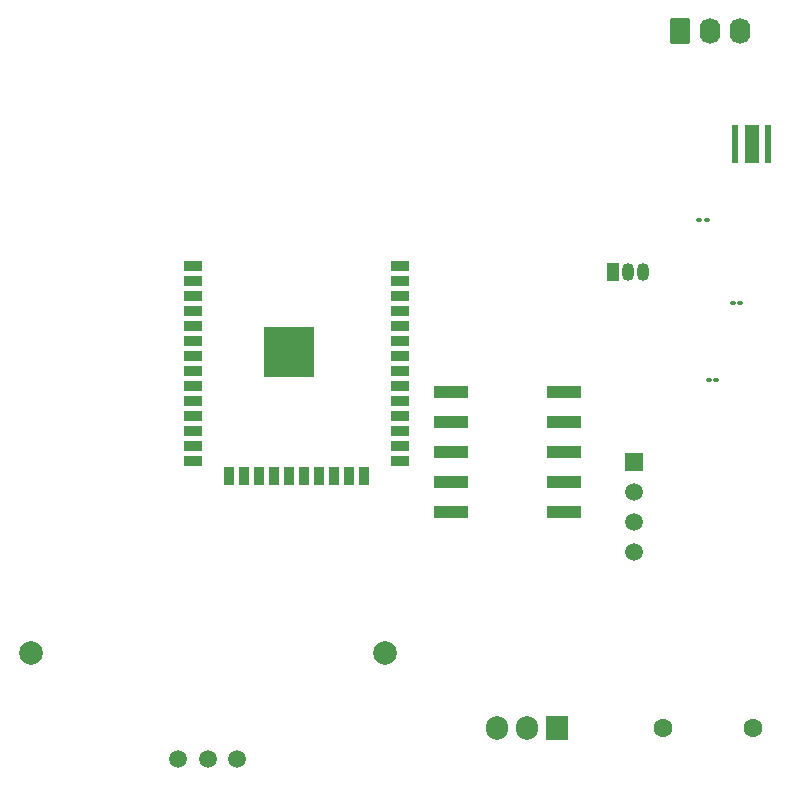
<source format=gbr>
%TF.GenerationSoftware,KiCad,Pcbnew,9.0.0*%
%TF.CreationDate,2025-04-02T21:20:57+05:30*%
%TF.ProjectId,Smart_Energy_Saving_System,536d6172-745f-4456-9e65-7267795f5361,rev?*%
%TF.SameCoordinates,Original*%
%TF.FileFunction,Soldermask,Top*%
%TF.FilePolarity,Negative*%
%FSLAX46Y46*%
G04 Gerber Fmt 4.6, Leading zero omitted, Abs format (unit mm)*
G04 Created by KiCad (PCBNEW 9.0.0) date 2025-04-02 21:20:57*
%MOMM*%
%LPD*%
G01*
G04 APERTURE LIST*
G04 Aperture macros list*
%AMRoundRect*
0 Rectangle with rounded corners*
0 $1 Rounding radius*
0 $2 $3 $4 $5 $6 $7 $8 $9 X,Y pos of 4 corners*
0 Add a 4 corners polygon primitive as box body*
4,1,4,$2,$3,$4,$5,$6,$7,$8,$9,$2,$3,0*
0 Add four circle primitives for the rounded corners*
1,1,$1+$1,$2,$3*
1,1,$1+$1,$4,$5*
1,1,$1+$1,$6,$7*
1,1,$1+$1,$8,$9*
0 Add four rect primitives between the rounded corners*
20,1,$1+$1,$2,$3,$4,$5,0*
20,1,$1+$1,$4,$5,$6,$7,0*
20,1,$1+$1,$6,$7,$8,$9,0*
20,1,$1+$1,$8,$9,$2,$3,0*%
G04 Aperture macros list end*
%ADD10C,0.600000*%
%ADD11R,4.200000X4.200000*%
%ADD12R,1.500000X0.900000*%
%ADD13R,0.900000X1.500000*%
%ADD14R,1.500000X1.500000*%
%ADD15C,1.500000*%
%ADD16R,3.000000X1.000000*%
%ADD17RoundRect,0.100000X-0.130000X-0.100000X0.130000X-0.100000X0.130000X0.100000X-0.130000X0.100000X0*%
%ADD18C,1.600000*%
%ADD19R,1.905000X2.000000*%
%ADD20O,1.905000X2.000000*%
%ADD21RoundRect,0.250000X-0.620000X-0.845000X0.620000X-0.845000X0.620000X0.845000X-0.620000X0.845000X0*%
%ADD22O,1.740000X2.190000*%
%ADD23R,0.500000X3.300000*%
%ADD24R,1.300000X3.300000*%
%ADD25R,1.050000X1.500000*%
%ADD26O,1.050000X1.500000*%
%ADD27C,2.000000*%
G04 APERTURE END LIST*
D10*
%TO.C,U1*%
X138795000Y-78452500D03*
X138795000Y-76927500D03*
X138032500Y-79215000D03*
X138032500Y-77690000D03*
X138032500Y-76165000D03*
X137270000Y-78452500D03*
D11*
X137270000Y-77690000D03*
D10*
X137270000Y-76927500D03*
X136507500Y-79215000D03*
X136507500Y-77690000D03*
X136507500Y-76165000D03*
X135745000Y-78452500D03*
X135745000Y-76927500D03*
D12*
X146700000Y-70350000D03*
X146700000Y-71620000D03*
X146700000Y-72890000D03*
X146700000Y-74160000D03*
X146700000Y-75430000D03*
X146700000Y-76700000D03*
X146700000Y-77970000D03*
X146700000Y-79240000D03*
X146700000Y-80510000D03*
X146700000Y-81780000D03*
X146700000Y-83050000D03*
X146700000Y-84320000D03*
X146700000Y-85590000D03*
X146700000Y-86860000D03*
D13*
X143670000Y-88110000D03*
X142400000Y-88110000D03*
X141130000Y-88110000D03*
X139860000Y-88110000D03*
X138590000Y-88110000D03*
X137320000Y-88110000D03*
X136050000Y-88110000D03*
X134780000Y-88110000D03*
X133510000Y-88110000D03*
X132240000Y-88110000D03*
D12*
X129200000Y-86860000D03*
X129200000Y-85590000D03*
X129200000Y-84320000D03*
X129200000Y-83050000D03*
X129200000Y-81780000D03*
X129200000Y-80510000D03*
X129200000Y-79240000D03*
X129200000Y-77970000D03*
X129200000Y-76700000D03*
X129200000Y-75430000D03*
X129200000Y-74160000D03*
X129200000Y-72890000D03*
X129200000Y-71620000D03*
X129200000Y-70350000D03*
%TD*%
D14*
%TO.C,U2*%
X166500000Y-87000000D03*
D15*
X166500000Y-89540000D03*
X166500000Y-92080000D03*
X166500000Y-94620000D03*
%TD*%
D16*
%TO.C,K1*%
X151000000Y-81000000D03*
X151000000Y-83540000D03*
X151000000Y-86080000D03*
X151000000Y-88620000D03*
X151000000Y-91160000D03*
X160560000Y-91160000D03*
X160560000Y-88620000D03*
X160560000Y-86080000D03*
X160560000Y-83540000D03*
X160560000Y-81000000D03*
%TD*%
D17*
%TO.C,R3*%
X172835000Y-80000000D03*
X173475000Y-80000000D03*
%TD*%
%TO.C,R2*%
X174860000Y-73500000D03*
X175500000Y-73500000D03*
%TD*%
D18*
%TO.C,R1*%
X169000000Y-109500000D03*
X176600000Y-109500000D03*
%TD*%
D19*
%TO.C,U3*%
X160000000Y-109445000D03*
D20*
X157460000Y-109445000D03*
X154920000Y-109445000D03*
%TD*%
D17*
%TO.C,D2*%
X172025000Y-66500000D03*
X172665000Y-66500000D03*
%TD*%
D21*
%TO.C,J1*%
X170420000Y-50500000D03*
D22*
X172960000Y-50500000D03*
X175500000Y-50500000D03*
%TD*%
D23*
%TO.C,LA1*%
X175100000Y-60000000D03*
X177900000Y-60000000D03*
D24*
X176500000Y-60000000D03*
%TD*%
D25*
%TO.C,Q1*%
X164730000Y-70860000D03*
D26*
X166000000Y-70860000D03*
X167270000Y-70860000D03*
%TD*%
D27*
%TO.C,HC-SR501*%
X115430000Y-103140000D03*
X145430000Y-103140000D03*
D15*
X127930000Y-112140000D03*
X130430000Y-112140000D03*
X132930000Y-112140000D03*
%TD*%
M02*

</source>
